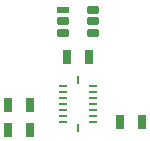
<source format=gtp>
G04*
G04 #@! TF.GenerationSoftware,Altium Limited,CircuitStudio,1.5.2 (30)*
G04*
G04 Layer_Color=7318015*
%FSLAX25Y25*%
%MOIN*%
G70*
G01*
G75*
%ADD10R,0.02756X0.05118*%
%ADD11R,0.02658X0.00984*%
%ADD12R,0.00984X0.02658*%
%ADD13R,0.04331X0.02362*%
G04:AMPARAMS|DCode=14|XSize=43.31mil|YSize=23.62mil|CornerRadius=5.91mil|HoleSize=0mil|Usage=FLASHONLY|Rotation=0.000|XOffset=0mil|YOffset=0mil|HoleType=Round|Shape=RoundedRectangle|*
%AMROUNDEDRECTD14*
21,1,0.04331,0.01181,0,0,0.0*
21,1,0.03150,0.02362,0,0,0.0*
1,1,0.01181,0.01575,-0.00591*
1,1,0.01181,-0.01575,-0.00591*
1,1,0.01181,-0.01575,0.00591*
1,1,0.01181,0.01575,0.00591*
%
%ADD14ROUNDEDRECTD14*%
D10*
X340354Y279528D02*
D03*
X332874D02*
D03*
X350590Y257874D02*
D03*
X358071D02*
D03*
X320669Y255118D02*
D03*
X313189D02*
D03*
X320669Y263386D02*
D03*
X313189D02*
D03*
D11*
X341585Y263779D02*
D03*
Y265748D02*
D03*
Y267717D02*
D03*
Y269685D02*
D03*
Y261811D02*
D03*
Y259842D02*
D03*
Y257874D02*
D03*
X331644D02*
D03*
Y259842D02*
D03*
Y261811D02*
D03*
Y269685D02*
D03*
Y267717D02*
D03*
Y265748D02*
D03*
Y263779D02*
D03*
D12*
X336614Y255856D02*
D03*
Y271703D02*
D03*
D13*
X331496Y295079D02*
D03*
D14*
Y291339D02*
D03*
Y287598D02*
D03*
X341732D02*
D03*
Y291339D02*
D03*
Y295079D02*
D03*
M02*

</source>
